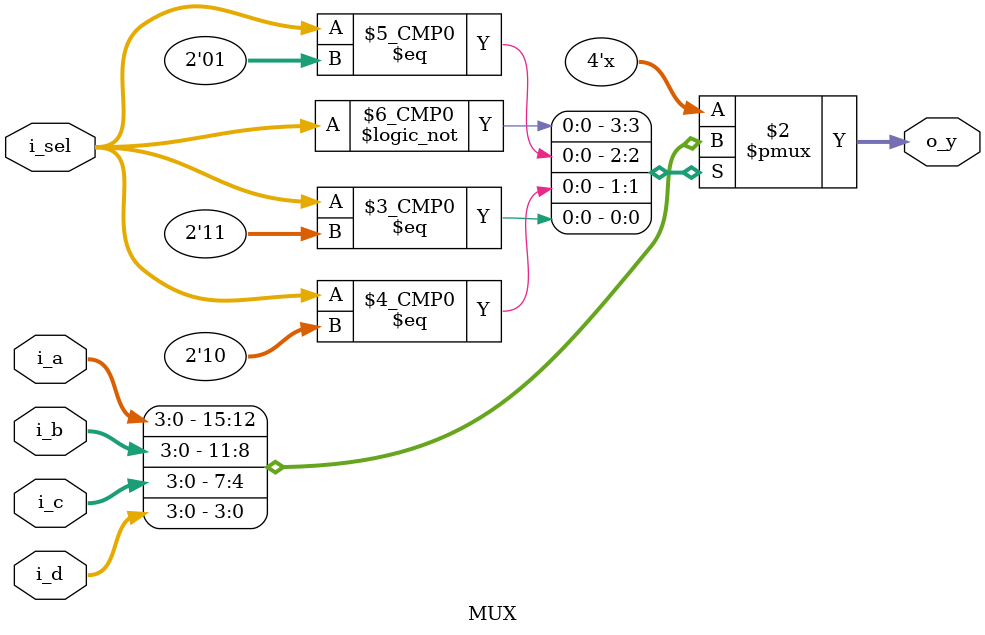
<source format=v>

module MUX(

 input [3:0] i_a,
 input [3:0] i_b,
 input [3:0] i_c,
 input [3:0] i_d,
 
 input [1:0] i_sel,
 
 output reg [3:0] o_y
 
);
   
always@(*)

    begin
     case(i_sel)
      2'b00 : o_y = i_a;
      2'b01 : o_y = i_b;
      2'b10 : o_y = i_c;
      2'b11 : o_y = i_d;
      default : o_y = 4'b0000;
     endcase
    end
 
endmodule

</source>
